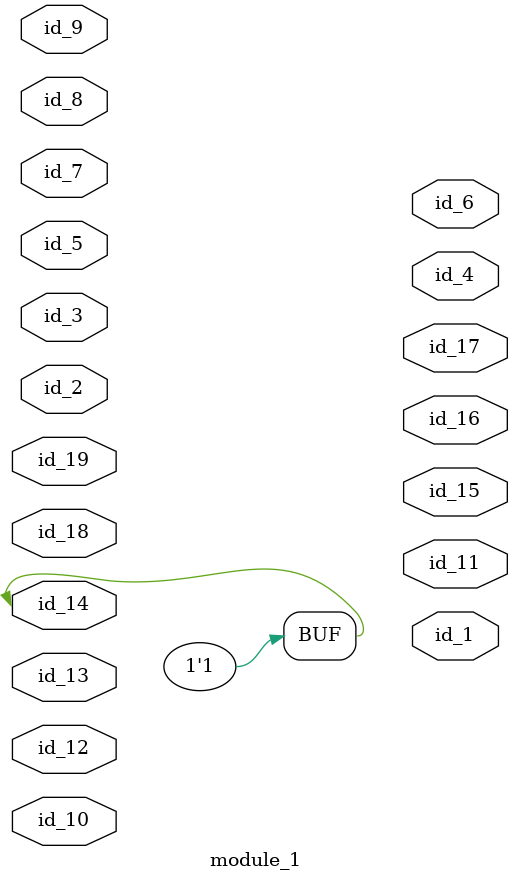
<source format=v>
module module_0;
  wire [1 : -1 'b0] id_1;
  wire id_2;
endmodule
module module_1 (
    id_1,
    id_2,
    id_3,
    id_4,
    id_5,
    id_6,
    id_7,
    id_8,
    id_9,
    id_10,
    id_11,
    id_12,
    id_13,
    id_14,
    id_15,
    id_16,
    id_17,
    id_18,
    id_19
);
  input wire id_19;
  inout wire id_18;
  output wire id_17;
  output wire id_16;
  output wire id_15;
  inout wire id_14;
  input wire id_13;
  inout wire id_12;
  output wire id_11;
  input wire id_10;
  input wire id_9;
  input wire id_8;
  inout wire id_7;
  output wire id_6;
  inout wire id_5;
  output wire id_4;
  inout wire id_3;
  input wire id_2;
  output wire id_1;
  assign id_14 = (-1);
  module_0 modCall_1 ();
endmodule

</source>
